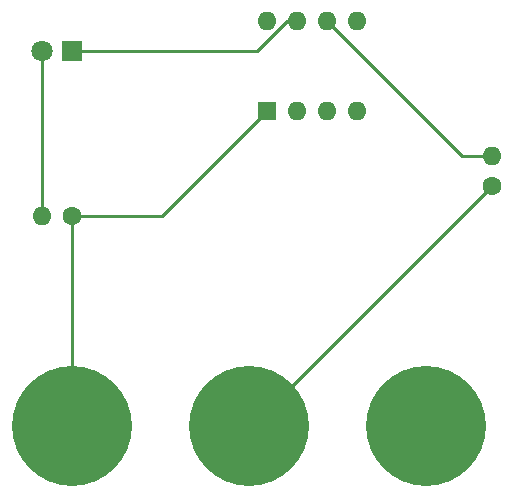
<source format=gbr>
%TF.GenerationSoftware,KiCad,Pcbnew,5.1.6-c6e7f7d~87~ubuntu20.04.1*%
%TF.CreationDate,2020-07-24T18:34:01-04:00*%
%TF.ProjectId,GettingStarted,47657474-696e-4675-9374-61727465642e,rev?*%
%TF.SameCoordinates,Original*%
%TF.FileFunction,Copper,L1,Top*%
%TF.FilePolarity,Positive*%
%FSLAX46Y46*%
G04 Gerber Fmt 4.6, Leading zero omitted, Abs format (unit mm)*
G04 Created by KiCad (PCBNEW 5.1.6-c6e7f7d~87~ubuntu20.04.1) date 2020-07-24 18:34:01*
%MOMM*%
%LPD*%
G01*
G04 APERTURE LIST*
%TA.AperFunction,ComponentPad*%
%ADD10R,1.800000X1.800000*%
%TD*%
%TA.AperFunction,ComponentPad*%
%ADD11C,1.800000*%
%TD*%
%TA.AperFunction,ComponentPad*%
%ADD12C,10.160000*%
%TD*%
%TA.AperFunction,ComponentPad*%
%ADD13C,1.600000*%
%TD*%
%TA.AperFunction,ComponentPad*%
%ADD14O,1.600000X1.600000*%
%TD*%
%TA.AperFunction,ComponentPad*%
%ADD15R,1.600000X1.600000*%
%TD*%
%TA.AperFunction,Conductor*%
%ADD16C,0.250000*%
%TD*%
G04 APERTURE END LIST*
D10*
%TO.P,D1,1*%
%TO.N,/uCtoLED*%
X129540000Y-82550000D03*
D11*
%TO.P,D1,2*%
%TO.N,/LEDtoR*%
X127000000Y-82550000D03*
%TD*%
D12*
%TO.P,J1,1*%
%TO.N,VCC*%
X129540000Y-114300000D03*
%TO.P,J1,3*%
%TO.N,GND*%
X159510000Y-114300000D03*
%TO.P,J1,2*%
%TO.N,/INPUTtoR*%
X144530000Y-114300000D03*
%TD*%
D13*
%TO.P,R1,1*%
%TO.N,VCC*%
X129540000Y-96520000D03*
D14*
%TO.P,R1,2*%
%TO.N,/LEDtoR*%
X127000000Y-96520000D03*
%TD*%
%TO.P,R2,2*%
%TO.N,/INPUT*%
X165100000Y-91440000D03*
D13*
%TO.P,R2,1*%
%TO.N,/INPUTtoR*%
X165100000Y-93980000D03*
%TD*%
D15*
%TO.P,U1,1*%
%TO.N,VCC*%
X146050000Y-87630000D03*
D14*
%TO.P,U1,5*%
%TO.N,Net-(U1-Pad5)*%
X153670000Y-80010000D03*
%TO.P,U1,2*%
%TO.N,Net-(U1-Pad2)*%
X148590000Y-87630000D03*
%TO.P,U1,6*%
%TO.N,/INPUT*%
X151130000Y-80010000D03*
%TO.P,U1,3*%
%TO.N,Net-(U1-Pad3)*%
X151130000Y-87630000D03*
%TO.P,U1,7*%
%TO.N,/uCtoLED*%
X148590000Y-80010000D03*
%TO.P,U1,4*%
%TO.N,Net-(U1-Pad4)*%
X153670000Y-87630000D03*
%TO.P,U1,8*%
%TO.N,GND*%
X146050000Y-80010000D03*
%TD*%
D16*
%TO.N,/uCtoLED*%
X147715002Y-80010000D02*
X148590000Y-80010000D01*
X145175002Y-82550000D02*
X147715002Y-80010000D01*
X129540000Y-82550000D02*
X145175002Y-82550000D01*
%TO.N,/LEDtoR*%
X127000000Y-96520000D02*
X127000000Y-82550000D01*
%TO.N,VCC*%
X129540000Y-114300000D02*
X129540000Y-96520000D01*
X137160000Y-96520000D02*
X146050000Y-87630000D01*
X129540000Y-96520000D02*
X137160000Y-96520000D01*
%TO.N,/INPUTtoR*%
X144780000Y-114300000D02*
X144530000Y-114300000D01*
X165100000Y-93980000D02*
X144780000Y-114300000D01*
%TO.N,/INPUT*%
X162560000Y-91440000D02*
X165100000Y-91440000D01*
X151130000Y-80010000D02*
X162560000Y-91440000D01*
%TD*%
M02*

</source>
